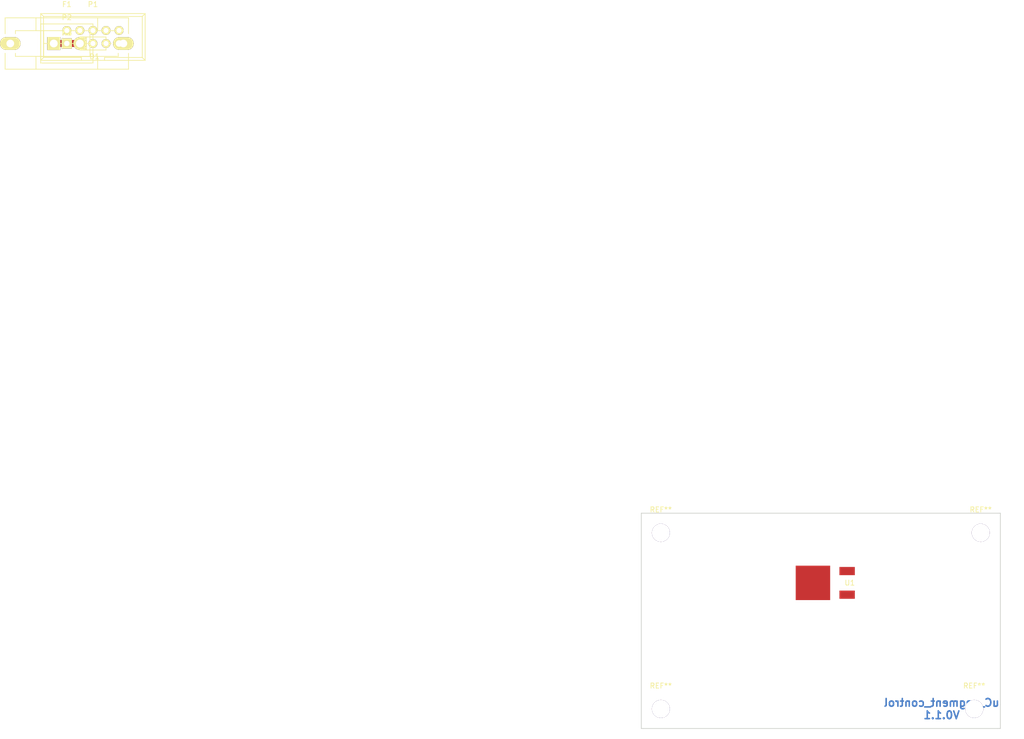
<source format=kicad_pcb>
(kicad_pcb (version 4) (host pcbnew 4.0.2+dfsg1-2~bpo8+1-stable)

  (general
    (links 12)
    (no_connects 11)
    (area -13.20099 -8.745 181.685001 133.425001)
    (thickness 1.6)
    (drawings 5)
    (tracks 0)
    (zones 0)
    (modules 14)
    (nets 18)
  )

  (page A4)
  (layers
    (0 F.Cu signal)
    (31 B.Cu signal)
    (32 B.Adhes user)
    (33 F.Adhes user)
    (34 B.Paste user)
    (35 F.Paste user)
    (36 B.SilkS user)
    (37 F.SilkS user)
    (38 B.Mask user)
    (39 F.Mask user)
    (40 Dwgs.User user)
    (41 Cmts.User user)
    (42 Eco1.User user)
    (43 Eco2.User user)
    (44 Edge.Cuts user)
    (45 Margin user)
    (46 B.CrtYd user)
    (47 F.CrtYd user)
    (48 B.Fab user)
    (49 F.Fab user)
  )

  (setup
    (last_trace_width 0.25)
    (trace_clearance 0.2)
    (zone_clearance 0.508)
    (zone_45_only no)
    (trace_min 0.2)
    (segment_width 0.2)
    (edge_width 0.15)
    (via_size 0.6)
    (via_drill 0.4)
    (via_min_size 0.4)
    (via_min_drill 0.3)
    (uvia_size 0.3)
    (uvia_drill 0.1)
    (uvias_allowed no)
    (uvia_min_size 0.2)
    (uvia_min_drill 0.1)
    (pcb_text_width 0.3)
    (pcb_text_size 1.5 1.5)
    (mod_edge_width 0.15)
    (mod_text_size 1 1)
    (mod_text_width 0.15)
    (pad_size 1.524 1.524)
    (pad_drill 0.762)
    (pad_to_mask_clearance 0.2)
    (aux_axis_origin 111.76 133.35)
    (grid_origin 111.76 133.35)
    (visible_elements FFFFFF7F)
    (pcbplotparams
      (layerselection 0x00030_80000001)
      (usegerberextensions false)
      (excludeedgelayer true)
      (linewidth 0.100000)
      (plotframeref false)
      (viasonmask false)
      (mode 1)
      (useauxorigin false)
      (hpglpennumber 1)
      (hpglpenspeed 20)
      (hpglpendiameter 15)
      (hpglpenoverlay 2)
      (psnegative false)
      (psa4output false)
      (plotreference true)
      (plotvalue true)
      (plotinvisibletext false)
      (padsonsilk false)
      (subtractmaskfromsilk false)
      (outputformat 1)
      (mirror false)
      (drillshape 1)
      (scaleselection 1)
      (outputdirectory ""))
  )

  (net 0 "")
  (net 1 GND)
  (net 2 +12.0V)
  (net 3 +12V_IN)
  (net 4 "Net-(P1-Pad1)")
  (net 5 "Net-(P1-Pad2)")
  (net 6 "Net-(P1-Pad3)")
  (net 7 "Net-(P1-Pad4)")
  (net 8 "Net-(P1-Pad5)")
  (net 9 "Net-(P1-Pad6)")
  (net 10 "Net-(P1-Pad7)")
  (net 11 "Net-(P1-Pad9)")
  (net 12 /MOSI)
  (net 13 /RESET)
  (net 14 /SCK)
  (net 15 /MISO)
  (net 16 /+3.3V)
  (net 17 +3.3V)

  (net_class Default "This is the default net class."
    (clearance 0.2)
    (trace_width 0.25)
    (via_dia 0.6)
    (via_drill 0.4)
    (uvia_dia 0.3)
    (uvia_drill 0.1)
    (add_net +12.0V)
    (add_net +12V_IN)
    (add_net +3.3V)
    (add_net /+3.3V)
    (add_net /MISO)
    (add_net /MOSI)
    (add_net /RESET)
    (add_net /SCK)
    (add_net GND)
    (add_net "Net-(P1-Pad1)")
    (add_net "Net-(P1-Pad2)")
    (add_net "Net-(P1-Pad3)")
    (add_net "Net-(P1-Pad4)")
    (add_net "Net-(P1-Pad5)")
    (add_net "Net-(P1-Pad6)")
    (add_net "Net-(P1-Pad7)")
    (add_net "Net-(P1-Pad9)")
  )

  (module project_footprints:D-PAK (layer F.Cu) (tedit 5725E79E) (tstamp 5725E8F0)
    (at 148.5011 105.0036)
    (path /5725D7AC/5725E236)
    (fp_text reference U1 (at 3.81 0) (layer F.SilkS)
      (effects (font (size 1 1) (thickness 0.15)))
    )
    (fp_text value LF33 (at 1.27 0 90) (layer F.Fab)
      (effects (font (size 1 1) (thickness 0.15)))
    )
    (pad 3 smd rect (at -3.35 0) (size 6.7 6.7) (layers F.Cu F.Paste F.Mask)
      (net 1 GND))
    (pad 5 smd rect (at 3.3 -2.3) (size 3 1.6) (layers F.Cu F.Paste F.Mask)
      (net 17 +3.3V))
    (pad 1 smd rect (at 3.3 2.3) (size 3 1.6) (layers F.Cu F.Paste F.Mask)
      (net 2 +12.0V))
  )

  (module Diodes_ThroughHole:Diode_DO-41_SOD81_Horizontal_RM10 (layer F.Cu) (tedit 552FFCCE) (tstamp 57260272)
    (at 0 0)
    (descr "Diode, DO-41, SOD81, Horizontal, RM 10mm,")
    (tags "Diode, DO-41, SOD81, Horizontal, RM 10mm, 1N4007, SB140,")
    (path /5725D7AC/5725F0CE)
    (fp_text reference D1 (at 5.38734 2.53746) (layer F.SilkS)
      (effects (font (size 1 1) (thickness 0.15)))
    )
    (fp_text value "ZD 15" (at 4.37134 -3.55854) (layer F.Fab)
      (effects (font (size 1 1) (thickness 0.15)))
    )
    (fp_line (start 7.62 -0.00254) (end 8.636 -0.00254) (layer F.SilkS) (width 0.15))
    (fp_line (start 2.794 -0.00254) (end 1.524 -0.00254) (layer F.SilkS) (width 0.15))
    (fp_line (start 3.048 -1.27254) (end 3.048 1.26746) (layer F.SilkS) (width 0.15))
    (fp_line (start 3.302 -1.27254) (end 3.302 1.26746) (layer F.SilkS) (width 0.15))
    (fp_line (start 3.556 -1.27254) (end 3.556 1.26746) (layer F.SilkS) (width 0.15))
    (fp_line (start 2.794 -1.27254) (end 2.794 1.26746) (layer F.SilkS) (width 0.15))
    (fp_line (start 3.81 -1.27254) (end 2.54 1.26746) (layer F.SilkS) (width 0.15))
    (fp_line (start 2.54 -1.27254) (end 3.81 1.26746) (layer F.SilkS) (width 0.15))
    (fp_line (start 3.81 -1.27254) (end 3.81 1.26746) (layer F.SilkS) (width 0.15))
    (fp_line (start 3.175 -1.27254) (end 3.175 1.26746) (layer F.SilkS) (width 0.15))
    (fp_line (start 2.54 1.26746) (end 2.54 -1.27254) (layer F.SilkS) (width 0.15))
    (fp_line (start 2.54 -1.27254) (end 7.62 -1.27254) (layer F.SilkS) (width 0.15))
    (fp_line (start 7.62 -1.27254) (end 7.62 1.26746) (layer F.SilkS) (width 0.15))
    (fp_line (start 7.62 1.26746) (end 2.54 1.26746) (layer F.SilkS) (width 0.15))
    (pad 2 thru_hole circle (at 10.16 -0.00254 180) (size 1.99898 1.99898) (drill 1.27) (layers *.Cu *.Mask F.SilkS)
      (net 1 GND))
    (pad 1 thru_hole rect (at 0 -0.00254 180) (size 1.99898 1.99898) (drill 1.00076) (layers *.Cu *.Mask F.SilkS)
      (net 2 +12.0V))
  )

  (module Fuse_Holders_and_Fuses:Fuseholder5x20_horiz_SemiClosed_Casing10x25mm (layer F.Cu) (tedit 0) (tstamp 57260278)
    (at 0 0)
    (descr "Fuseholder, 5x20, Semi closed, horizontal, Casing 10x25mm,")
    (tags "Fuseholder, 5x20, Semi closed, horizontal, Casing 10x25mm, Sicherungshalter, halbgeschlossen,")
    (path /5725D7AC/5725EBF5)
    (fp_text reference F1 (at 0 -7.62) (layer F.SilkS)
      (effects (font (size 1 1) (thickness 0.15)))
    )
    (fp_text value 2.5A (at 1.27 7.62) (layer F.Fab)
      (effects (font (size 1 1) (thickness 0.15)))
    )
    (fp_line (start -5.99948 -2.49936) (end -5.99948 -5.00126) (layer F.SilkS) (width 0.15))
    (fp_line (start -5.99948 5.00126) (end -5.99948 2.49936) (layer F.SilkS) (width 0.15))
    (fp_line (start 5.99948 5.00126) (end 5.99948 2.49936) (layer F.SilkS) (width 0.15))
    (fp_line (start 5.99948 -5.00126) (end 5.99948 -2.49936) (layer F.SilkS) (width 0.15))
    (fp_line (start -4.50088 0) (end 4.50088 0) (layer F.SilkS) (width 0.15))
    (fp_line (start -4.50088 -2.49936) (end -4.50088 2.49936) (layer F.SilkS) (width 0.15))
    (fp_line (start 4.50088 -2.49936) (end 4.50088 2.49936) (layer F.SilkS) (width 0.15))
    (fp_line (start 9.99998 -1.89992) (end 9.99998 -2.49936) (layer F.SilkS) (width 0.15))
    (fp_line (start -9.99998 1.89992) (end -9.99998 2.49936) (layer F.SilkS) (width 0.15))
    (fp_line (start -9.99998 2.49936) (end 9.99998 2.49936) (layer F.SilkS) (width 0.15))
    (fp_line (start 9.99998 2.49936) (end 9.99998 1.89992) (layer F.SilkS) (width 0.15))
    (fp_line (start 9.99998 -2.49936) (end -9.99998 -2.49936) (layer F.SilkS) (width 0.15))
    (fp_line (start -9.99998 -2.49936) (end -9.99998 -1.89992) (layer F.SilkS) (width 0.15))
    (fp_line (start 11.99896 -1.89992) (end 11.99896 -5.00126) (layer F.SilkS) (width 0.15))
    (fp_line (start -11.99896 1.89992) (end -11.99896 5.00126) (layer F.SilkS) (width 0.15))
    (fp_line (start -11.99896 5.00126) (end 11.99896 5.00126) (layer F.SilkS) (width 0.15))
    (fp_line (start 11.99896 5.00126) (end 11.99896 1.89992) (layer F.SilkS) (width 0.15))
    (fp_line (start 11.99896 -5.00126) (end -11.99896 -5.00126) (layer F.SilkS) (width 0.15))
    (fp_line (start -11.99896 -5.00126) (end -11.99896 -1.89992) (layer F.SilkS) (width 0.15))
    (pad 2 thru_hole oval (at 11.00074 0 270) (size 2.49936 4.0005) (drill 1.50114) (layers *.Cu *.Mask F.SilkS)
      (net 2 +12.0V))
    (pad 1 thru_hole oval (at -11.00074 0 270) (size 2.49936 4.0005) (drill 1.50114) (layers *.Cu *.Mask F.SilkS)
      (net 3 +12V_IN))
  )

  (module Connect:IDC_Header_Straight_10pins (layer F.Cu) (tedit 0) (tstamp 57260286)
    (at 0 0)
    (descr "10 pins through hole IDC header")
    (tags "IDC header socket VASCH")
    (path /5725FF13)
    (fp_text reference P1 (at 5.08 -7.62) (layer F.SilkS)
      (effects (font (size 1 1) (thickness 0.15)))
    )
    (fp_text value CONN_02X05 (at 5.08 5.223) (layer F.Fab)
      (effects (font (size 1 1) (thickness 0.15)))
    )
    (fp_line (start -5.08 -5.82) (end 15.24 -5.82) (layer F.SilkS) (width 0.15))
    (fp_line (start -4.54 -5.27) (end 14.68 -5.27) (layer F.SilkS) (width 0.15))
    (fp_line (start -5.08 3.28) (end 15.24 3.28) (layer F.SilkS) (width 0.15))
    (fp_line (start -4.54 2.73) (end 2.83 2.73) (layer F.SilkS) (width 0.15))
    (fp_line (start 7.33 2.73) (end 14.68 2.73) (layer F.SilkS) (width 0.15))
    (fp_line (start 2.83 2.73) (end 2.83 3.28) (layer F.SilkS) (width 0.15))
    (fp_line (start 7.33 2.73) (end 7.33 3.28) (layer F.SilkS) (width 0.15))
    (fp_line (start -5.08 -5.82) (end -5.08 3.28) (layer F.SilkS) (width 0.15))
    (fp_line (start -4.54 -5.27) (end -4.54 2.73) (layer F.SilkS) (width 0.15))
    (fp_line (start 15.24 -5.82) (end 15.24 3.28) (layer F.SilkS) (width 0.15))
    (fp_line (start 14.68 -5.27) (end 14.68 2.73) (layer F.SilkS) (width 0.15))
    (fp_line (start -5.08 -5.82) (end -4.54 -5.27) (layer F.SilkS) (width 0.15))
    (fp_line (start 15.24 -5.82) (end 14.68 -5.27) (layer F.SilkS) (width 0.15))
    (fp_line (start -5.08 3.28) (end -4.54 2.73) (layer F.SilkS) (width 0.15))
    (fp_line (start 15.24 3.28) (end 14.68 2.73) (layer F.SilkS) (width 0.15))
    (fp_line (start -5.35 -6.05) (end 15.5 -6.05) (layer F.CrtYd) (width 0.05))
    (fp_line (start 15.5 -6.05) (end 15.5 3.55) (layer F.CrtYd) (width 0.05))
    (fp_line (start 15.5 3.55) (end -5.35 3.55) (layer F.CrtYd) (width 0.05))
    (fp_line (start -5.35 3.55) (end -5.35 -6.05) (layer F.CrtYd) (width 0.05))
    (pad 1 thru_hole rect (at 0 0) (size 1.7272 1.7272) (drill 1.016) (layers *.Cu *.Mask F.SilkS)
      (net 4 "Net-(P1-Pad1)"))
    (pad 2 thru_hole oval (at 0 -2.54) (size 1.7272 1.7272) (drill 1.016) (layers *.Cu *.Mask F.SilkS)
      (net 5 "Net-(P1-Pad2)"))
    (pad 3 thru_hole oval (at 2.54 0) (size 1.7272 1.7272) (drill 1.016) (layers *.Cu *.Mask F.SilkS)
      (net 6 "Net-(P1-Pad3)"))
    (pad 4 thru_hole oval (at 2.54 -2.54) (size 1.7272 1.7272) (drill 1.016) (layers *.Cu *.Mask F.SilkS)
      (net 7 "Net-(P1-Pad4)"))
    (pad 5 thru_hole oval (at 5.08 0) (size 1.7272 1.7272) (drill 1.016) (layers *.Cu *.Mask F.SilkS)
      (net 8 "Net-(P1-Pad5)"))
    (pad 6 thru_hole oval (at 5.08 -2.54) (size 1.7272 1.7272) (drill 1.016) (layers *.Cu *.Mask F.SilkS)
      (net 9 "Net-(P1-Pad6)"))
    (pad 7 thru_hole oval (at 7.62 0) (size 1.7272 1.7272) (drill 1.016) (layers *.Cu *.Mask F.SilkS)
      (net 10 "Net-(P1-Pad7)"))
    (pad 8 thru_hole oval (at 7.62 -2.54) (size 1.7272 1.7272) (drill 1.016) (layers *.Cu *.Mask F.SilkS)
      (net 1 GND))
    (pad 9 thru_hole oval (at 10.16 0) (size 1.7272 1.7272) (drill 1.016) (layers *.Cu *.Mask F.SilkS)
      (net 11 "Net-(P1-Pad9)"))
    (pad 10 thru_hole oval (at 10.16 -2.54) (size 1.7272 1.7272) (drill 1.016) (layers *.Cu *.Mask F.SilkS)
      (net 1 GND))
  )

  (module Connect:bornier2 (layer F.Cu) (tedit 0) (tstamp 5726028C)
    (at 0 0)
    (descr "Bornier d'alimentation 2 pins")
    (tags DEV)
    (path /5725D7AC/5725F7CB)
    (fp_text reference P2 (at 0 -5.08) (layer F.SilkS)
      (effects (font (size 1 1) (thickness 0.15)))
    )
    (fp_text value POWER_IN (at 0 5.08) (layer F.Fab)
      (effects (font (size 1 1) (thickness 0.15)))
    )
    (fp_line (start 5.08 2.54) (end -5.08 2.54) (layer F.SilkS) (width 0.15))
    (fp_line (start 5.08 3.81) (end 5.08 -3.81) (layer F.SilkS) (width 0.15))
    (fp_line (start 5.08 -3.81) (end -5.08 -3.81) (layer F.SilkS) (width 0.15))
    (fp_line (start -5.08 -3.81) (end -5.08 3.81) (layer F.SilkS) (width 0.15))
    (fp_line (start -5.08 3.81) (end 5.08 3.81) (layer F.SilkS) (width 0.15))
    (pad 1 thru_hole rect (at -2.54 0) (size 2.54 2.54) (drill 1.524) (layers *.Cu *.Mask F.SilkS)
      (net 1 GND))
    (pad 2 thru_hole circle (at 2.54 0) (size 2.54 2.54) (drill 1.524) (layers *.Cu *.Mask F.SilkS)
      (net 3 +12V_IN))
    (model Connect.3dshapes/bornier2.wrl
      (at (xyz 0 0 0))
      (scale (xyz 1 1 1))
      (rotate (xyz 0 0 0))
    )
  )

  (module Resistors_SMD:R_0805_HandSoldering (layer F.Cu) (tedit 54189DEE) (tstamp 57260292)
    (at 0 0)
    (descr "Resistor SMD 0805, hand soldering")
    (tags "resistor 0805")
    (path /572600A7)
    (attr smd)
    (fp_text reference R1 (at 0 -2.1) (layer F.SilkS)
      (effects (font (size 1 1) (thickness 0.15)))
    )
    (fp_text value 5k (at 0 2.1) (layer F.Fab)
      (effects (font (size 1 1) (thickness 0.15)))
    )
    (fp_line (start -2.4 -1) (end 2.4 -1) (layer F.CrtYd) (width 0.05))
    (fp_line (start -2.4 1) (end 2.4 1) (layer F.CrtYd) (width 0.05))
    (fp_line (start -2.4 -1) (end -2.4 1) (layer F.CrtYd) (width 0.05))
    (fp_line (start 2.4 -1) (end 2.4 1) (layer F.CrtYd) (width 0.05))
    (fp_line (start 0.6 0.875) (end -0.6 0.875) (layer F.SilkS) (width 0.15))
    (fp_line (start -0.6 -0.875) (end 0.6 -0.875) (layer F.SilkS) (width 0.15))
    (pad 1 smd rect (at -1.35 0) (size 1.5 1.3) (layers F.Cu F.Paste F.Mask)
      (net 12 /MOSI))
    (pad 2 smd rect (at 1.35 0) (size 1.5 1.3) (layers F.Cu F.Paste F.Mask)
      (net 4 "Net-(P1-Pad1)"))
    (model Resistors_SMD.3dshapes/R_0805_HandSoldering.wrl
      (at (xyz 0 0 0))
      (scale (xyz 1 1 1))
      (rotate (xyz 0 0 0))
    )
  )

  (module Resistors_SMD:R_0805_HandSoldering (layer F.Cu) (tedit 54189DEE) (tstamp 57260298)
    (at 0 0)
    (descr "Resistor SMD 0805, hand soldering")
    (tags "resistor 0805")
    (path /572601AB)
    (attr smd)
    (fp_text reference R2 (at 0 -2.1) (layer F.SilkS)
      (effects (font (size 1 1) (thickness 0.15)))
    )
    (fp_text value 5k (at 0 2.1) (layer F.Fab)
      (effects (font (size 1 1) (thickness 0.15)))
    )
    (fp_line (start -2.4 -1) (end 2.4 -1) (layer F.CrtYd) (width 0.05))
    (fp_line (start -2.4 1) (end 2.4 1) (layer F.CrtYd) (width 0.05))
    (fp_line (start -2.4 -1) (end -2.4 1) (layer F.CrtYd) (width 0.05))
    (fp_line (start 2.4 -1) (end 2.4 1) (layer F.CrtYd) (width 0.05))
    (fp_line (start 0.6 0.875) (end -0.6 0.875) (layer F.SilkS) (width 0.15))
    (fp_line (start -0.6 -0.875) (end 0.6 -0.875) (layer F.SilkS) (width 0.15))
    (pad 1 smd rect (at -1.35 0) (size 1.5 1.3) (layers F.Cu F.Paste F.Mask)
      (net 13 /RESET))
    (pad 2 smd rect (at 1.35 0) (size 1.5 1.3) (layers F.Cu F.Paste F.Mask)
      (net 8 "Net-(P1-Pad5)"))
    (model Resistors_SMD.3dshapes/R_0805_HandSoldering.wrl
      (at (xyz 0 0 0))
      (scale (xyz 1 1 1))
      (rotate (xyz 0 0 0))
    )
  )

  (module Resistors_SMD:R_0805_HandSoldering (layer F.Cu) (tedit 54189DEE) (tstamp 5726029E)
    (at 0 0)
    (descr "Resistor SMD 0805, hand soldering")
    (tags "resistor 0805")
    (path /572601FA)
    (attr smd)
    (fp_text reference R3 (at 0 -2.1) (layer F.SilkS)
      (effects (font (size 1 1) (thickness 0.15)))
    )
    (fp_text value 5k (at 0 2.1) (layer F.Fab)
      (effects (font (size 1 1) (thickness 0.15)))
    )
    (fp_line (start -2.4 -1) (end 2.4 -1) (layer F.CrtYd) (width 0.05))
    (fp_line (start -2.4 1) (end 2.4 1) (layer F.CrtYd) (width 0.05))
    (fp_line (start -2.4 -1) (end -2.4 1) (layer F.CrtYd) (width 0.05))
    (fp_line (start 2.4 -1) (end 2.4 1) (layer F.CrtYd) (width 0.05))
    (fp_line (start 0.6 0.875) (end -0.6 0.875) (layer F.SilkS) (width 0.15))
    (fp_line (start -0.6 -0.875) (end 0.6 -0.875) (layer F.SilkS) (width 0.15))
    (pad 1 smd rect (at -1.35 0) (size 1.5 1.3) (layers F.Cu F.Paste F.Mask)
      (net 14 /SCK))
    (pad 2 smd rect (at 1.35 0) (size 1.5 1.3) (layers F.Cu F.Paste F.Mask)
      (net 10 "Net-(P1-Pad7)"))
    (model Resistors_SMD.3dshapes/R_0805_HandSoldering.wrl
      (at (xyz 0 0 0))
      (scale (xyz 1 1 1))
      (rotate (xyz 0 0 0))
    )
  )

  (module Resistors_SMD:R_0805_HandSoldering (layer F.Cu) (tedit 54189DEE) (tstamp 572602A4)
    (at 0 0)
    (descr "Resistor SMD 0805, hand soldering")
    (tags "resistor 0805")
    (path /57260230)
    (attr smd)
    (fp_text reference R4 (at 0 -2.1) (layer F.SilkS)
      (effects (font (size 1 1) (thickness 0.15)))
    )
    (fp_text value 5k (at 0 2.1) (layer F.Fab)
      (effects (font (size 1 1) (thickness 0.15)))
    )
    (fp_line (start -2.4 -1) (end 2.4 -1) (layer F.CrtYd) (width 0.05))
    (fp_line (start -2.4 1) (end 2.4 1) (layer F.CrtYd) (width 0.05))
    (fp_line (start -2.4 -1) (end -2.4 1) (layer F.CrtYd) (width 0.05))
    (fp_line (start 2.4 -1) (end 2.4 1) (layer F.CrtYd) (width 0.05))
    (fp_line (start 0.6 0.875) (end -0.6 0.875) (layer F.SilkS) (width 0.15))
    (fp_line (start -0.6 -0.875) (end 0.6 -0.875) (layer F.SilkS) (width 0.15))
    (pad 1 smd rect (at -1.35 0) (size 1.5 1.3) (layers F.Cu F.Paste F.Mask)
      (net 15 /MISO))
    (pad 2 smd rect (at 1.35 0) (size 1.5 1.3) (layers F.Cu F.Paste F.Mask)
      (net 11 "Net-(P1-Pad9)"))
    (model Resistors_SMD.3dshapes/R_0805_HandSoldering.wrl
      (at (xyz 0 0 0))
      (scale (xyz 1 1 1))
      (rotate (xyz 0 0 0))
    )
  )

  (module Resistors_SMD:R_0805_HandSoldering (layer F.Cu) (tedit 54189DEE) (tstamp 572602AA)
    (at 0 0)
    (descr "Resistor SMD 0805, hand soldering")
    (tags "resistor 0805")
    (path /5725FD50)
    (attr smd)
    (fp_text reference R5 (at 0 -2.1) (layer F.SilkS)
      (effects (font (size 1 1) (thickness 0.15)))
    )
    (fp_text value 10k (at 0 2.1) (layer F.Fab)
      (effects (font (size 1 1) (thickness 0.15)))
    )
    (fp_line (start -2.4 -1) (end 2.4 -1) (layer F.CrtYd) (width 0.05))
    (fp_line (start -2.4 1) (end 2.4 1) (layer F.CrtYd) (width 0.05))
    (fp_line (start -2.4 -1) (end -2.4 1) (layer F.CrtYd) (width 0.05))
    (fp_line (start 2.4 -1) (end 2.4 1) (layer F.CrtYd) (width 0.05))
    (fp_line (start 0.6 0.875) (end -0.6 0.875) (layer F.SilkS) (width 0.15))
    (fp_line (start -0.6 -0.875) (end 0.6 -0.875) (layer F.SilkS) (width 0.15))
    (pad 1 smd rect (at -1.35 0) (size 1.5 1.3) (layers F.Cu F.Paste F.Mask)
      (net 13 /RESET))
    (pad 2 smd rect (at 1.35 0) (size 1.5 1.3) (layers F.Cu F.Paste F.Mask)
      (net 16 /+3.3V))
    (model Resistors_SMD.3dshapes/R_0805_HandSoldering.wrl
      (at (xyz 0 0 0))
      (scale (xyz 1 1 1))
      (rotate (xyz 0 0 0))
    )
  )

  (module Mounting_Holes:MountingHole_3-5mm (layer F.Cu) (tedit 0) (tstamp 57260735)
    (at 115.57 129.54)
    (descr "Mounting hole, Befestigungsbohrung, 3,5mm, No Annular, Kein Restring,")
    (tags "Mounting hole, Befestigungsbohrung, 3,5mm, No Annular, Kein Restring,")
    (fp_text reference REF** (at 0 -4.50088) (layer F.SilkS)
      (effects (font (size 1 1) (thickness 0.15)))
    )
    (fp_text value MountingHole_3-5mm (at 0 5.00126) (layer F.Fab)
      (effects (font (size 1 1) (thickness 0.15)))
    )
    (fp_circle (center 0 0) (end 3.5 0) (layer Cmts.User) (width 0.381))
    (pad 1 thru_hole circle (at 0 0) (size 3.5 3.5) (drill 3.5) (layers))
  )

  (module Mounting_Holes:MountingHole_3-5mm (layer F.Cu) (tedit 0) (tstamp 57260763)
    (at 115.57 95.25)
    (descr "Mounting hole, Befestigungsbohrung, 3,5mm, No Annular, Kein Restring,")
    (tags "Mounting hole, Befestigungsbohrung, 3,5mm, No Annular, Kein Restring,")
    (fp_text reference REF** (at 0 -4.50088) (layer F.SilkS)
      (effects (font (size 1 1) (thickness 0.15)))
    )
    (fp_text value MountingHole_3-5mm (at 0 5.00126) (layer F.Fab)
      (effects (font (size 1 1) (thickness 0.15)))
    )
    (fp_circle (center 0 0) (end 3.5 0) (layer Cmts.User) (width 0.381))
    (pad 1 thru_hole circle (at 0 0) (size 3.5 3.5) (drill 3.5) (layers))
  )

  (module Mounting_Holes:MountingHole_3-5mm (layer F.Cu) (tedit 0) (tstamp 5726076E)
    (at 177.8 95.25)
    (descr "Mounting hole, Befestigungsbohrung, 3,5mm, No Annular, Kein Restring,")
    (tags "Mounting hole, Befestigungsbohrung, 3,5mm, No Annular, Kein Restring,")
    (fp_text reference REF** (at 0 -4.50088) (layer F.SilkS)
      (effects (font (size 1 1) (thickness 0.15)))
    )
    (fp_text value MountingHole_3-5mm (at 0 5.00126) (layer F.Fab)
      (effects (font (size 1 1) (thickness 0.15)))
    )
    (fp_circle (center 0 0) (end 3.5 0) (layer Cmts.User) (width 0.381))
    (pad 1 thru_hole circle (at 0 0) (size 3.5 3.5) (drill 3.5) (layers))
  )

  (module Mounting_Holes:MountingHole_3-5mm (layer F.Cu) (tedit 0) (tstamp 57260779)
    (at 176.53 129.54)
    (descr "Mounting hole, Befestigungsbohrung, 3,5mm, No Annular, Kein Restring,")
    (tags "Mounting hole, Befestigungsbohrung, 3,5mm, No Annular, Kein Restring,")
    (fp_text reference REF** (at 0 -4.50088) (layer F.SilkS)
      (effects (font (size 1 1) (thickness 0.15)))
    )
    (fp_text value MountingHole_3-5mm (at 0 5.00126) (layer F.Fab)
      (effects (font (size 1 1) (thickness 0.15)))
    )
    (fp_circle (center 0 0) (end 3.5 0) (layer Cmts.User) (width 0.381))
    (pad 1 thru_hole circle (at 0 0) (size 3.5 3.5) (drill 3.5) (layers))
  )

  (gr_text "uC_segment_control\nV0.1.1" (at 170.18 129.54) (layer B.Cu)
    (effects (font (size 1.5 1.5) (thickness 0.3)) (justify mirror))
  )
  (gr_line (start 111.76 133.35) (end 111.76 91.44) (angle 90) (layer Edge.Cuts) (width 0.15))
  (gr_line (start 181.61 133.35) (end 111.76 133.35) (angle 90) (layer Edge.Cuts) (width 0.15))
  (gr_line (start 181.61 91.44) (end 181.61 133.35) (angle 90) (layer Edge.Cuts) (width 0.15))
  (gr_line (start 111.76 91.44) (end 181.61 91.44) (angle 90) (layer Edge.Cuts) (width 0.15))

)

</source>
